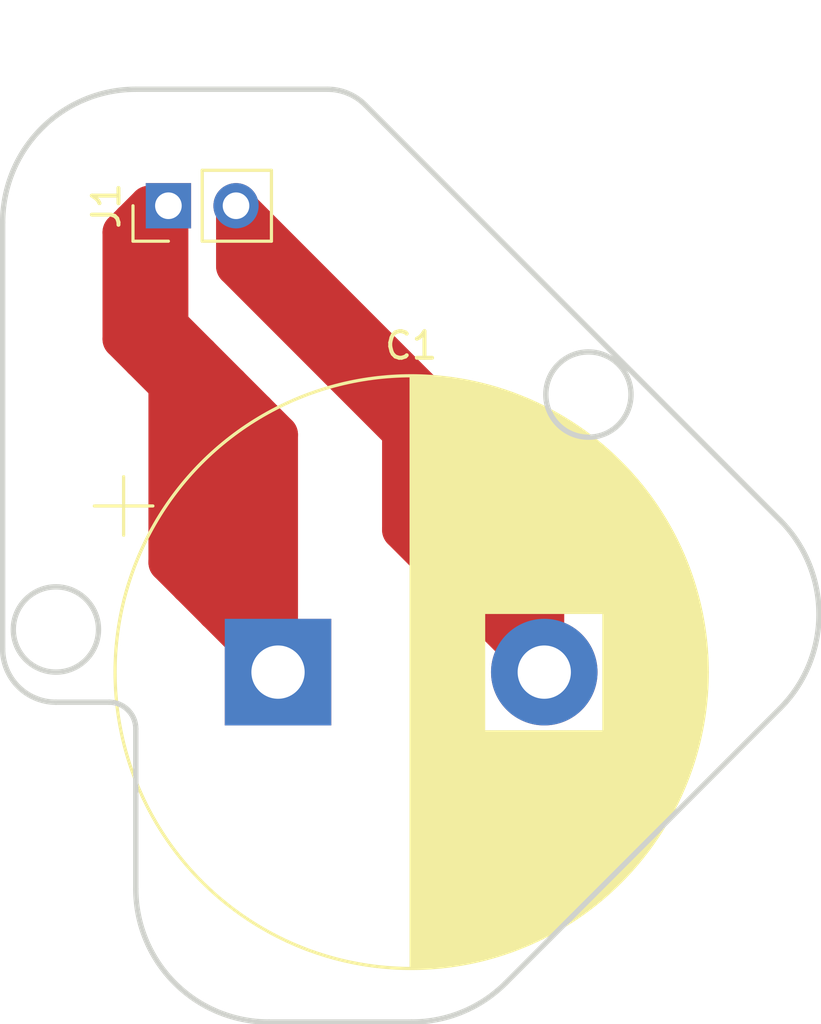
<source format=kicad_pcb>
(kicad_pcb (version 20211014) (generator pcbnew)
  (layers (0 "F.Cu" signal) (31 "B.Cu" signal) (34 "B.Paste" user) (35 "F.Paste" user) (36 "B.SilkS" user "B.Silkscreen") (37 "F.SilkS" user "F.Silkscreen") (38 "B.Mask" user) (39 "F.Mask" user) (44 "Edge.Cuts" user))
  (net 0 "")
  (net 1 "Net-(C1-Pad1)")
  (net 2 "Net-(C1-Pad2)")
  (footprint "Capacitor_THT:CP_Radial_D22.0mm_P10.00mm_SnapIn" (layer "F.Cu") (at 170.342169 100)
    (fp_text reference "C1" (at 5 -12.25) (layer "F.SilkS"))
    (fp_text value "C")
    (fp_line (start 12.321 -8.331) (end 12.321 8.331) (layer "F.SilkS") (width 0.12))
    (fp_line (start 9.241 -10.24) (end 9.241 -2.24) (layer "F.SilkS") (width 0.12))
    (fp_line (start 8.321 -10.573) (end 8.321 -2.24) (layer "F.SilkS") (width 0.12))
    (fp_line (start 12.001 -8.601) (end 12.001 -2.24) (layer "F.SilkS") (width 0.12))
    (fp_line (start 12.241 -8.401) (end 12.241 8.401) (layer "F.SilkS") (width 0.12))
    (fp_line (start 14.96 -4.905) (end 14.96 4.905) (layer "F.SilkS") (width 0.12))
    (fp_line (start 8.561 2.24) (end 8.561 10.495) (layer "F.SilkS") (width 0.12))
    (fp_line (start 9.041 2.24) (end 9.041 10.321) (layer "F.SilkS") (width 0.12))
    (fp_line (start 9.201 2.24) (end 9.201 10.257) (layer "F.SilkS") (width 0.12))
    (fp_line (start 11.481 -8.997) (end 11.481 -2.24) (layer "F.SilkS") (width 0.12))
    (fp_line (start 10.241 2.24) (end 10.241 9.768) (layer "F.SilkS") (width 0.12))
    (fp_line (start 9.401 2.24) (end 9.401 10.173) (layer "F.SilkS") (width 0.12))
    (fp_line (start 7.441 -10.809) (end 7.441 10.809) (layer "F.SilkS") (width 0.12))
    (fp_line (start 15.04 -4.741) (end 15.04 4.741) (layer "F.SilkS") (width 0.12))
    (fp_line (start 6.801 -10.934) (end 6.801 10.934) (layer "F.SilkS") (width 0.12))
    (fp_line (start 7.761 -10.733) (end 7.761 -2.24) (layer "F.SilkS") (width 0.12))
    (fp_line (start 9.881 -9.952) (end 9.881 -2.24) (layer "F.SilkS") (width 0.12))
    (fp_line (start 9.561 -10.103) (end 9.561 -2.24) (layer "F.SilkS") (width 0.12))
    (fp_line (start 11.921 -8.665) (end 11.921 -2.24) (layer "F.SilkS") (width 0.12))
    (fp_line (start 11.601 -8.91) (end 11.601 -2.24) (layer "F.SilkS") (width 0.12))
    (fp_line (start 14.4 -5.901) (end 14.4 5.901) (layer "F.SilkS") (width 0.12))
    (fp_line (start 15.4 -3.897) (end 15.4 3.897) (layer "F.SilkS") (width 0.12))
    (fp_line (start 11.921 2.24) (end 11.921 8.665) (layer "F.SilkS") (width 0.12))
    (fp_line (start 10.721 -9.497) (end 10.721 -2.24) (layer "F.SilkS") (width 0.12))
    (fp_line (start 12.561 -8.115) (end 12.561 8.115) (layer "F.SilkS") (width 0.12))
    (fp_line (start 5.52 -11.068) (end 5.52 11.068) (layer "F.SilkS") (width 0.12))
    (fp_line (start 8.761 -10.426) (end 8.761 -2.24) (layer "F.SilkS") (width 0.12))
    (fp_line (start 11.561 -8.939) (end 11.561 -2.24) (layer "F.SilkS") (width 0.12))
    (fp_line (start 9.961 2.24) (end 9.961 9.913) (layer "F.SilkS") (width 0.12))
    (fp_line (start 11.001 -9.323) (end 11.001 -2.24) (layer "F.SilkS") (width 0.12))
    (fp_line (start 13.4 -7.247) (end 13.4 7.247) (layer "F.SilkS") (width 0.12))
    (fp_line (start 15.64 -3.192) (end 15.64 3.192) (layer "F.SilkS") (width 0.12))
    (fp_line (start 7.841 -10.712) (end 7.841 -2.24) (layer "F.SilkS") (width 0.12))
    (fp_line (start 8.161 -10.622) (end 8.161 -2.24) (layer "F.SilkS") (width 0.12))
    (fp_line (start 10.481 2.24) (end 10.481 9.636) (layer "F.SilkS") (width 0.12))
    (fp_line (start 10.801 2.24) (end 10.801 9.448) (layer "F.SilkS") (width 0.12))
    (fp_line (start 9.641 -10.066) (end 9.641 -2.24) (layer "F.SilkS") (width 0.12))
    (fp_line (start 8.841 -10.396) (end 8.841 -2.24) (layer "F.SilkS") (width 0.12))
    (fp_line (start 5.48 -11.07) (end 5.48 11.07) (layer "F.SilkS") (width 0.12))
    (fp_line (start 13.92 -6.6) (end 13.92 6.6) (layer "F.SilkS") (width 0.12))
    (fp_line (start 5.761 -11.054) (end 5.761 11.054) (layer "F.SilkS") (width 0.12))
    (fp_line (start 11.801 2.24) (end 11.801 8.759) (layer "F.SilkS") (width 0.12))
    (fp_line (start 13.48 -7.154) (end 13.48 7.154) (layer "F.SilkS") (width 0.12))
    (fp_line (start 11.281 2.24) (end 11.281 9.137) (layer "F.SilkS") (width 0.12))
    (fp_line (start 9.041 -10.321) (end 9.041 -2.24) (layer "F.SilkS") (width 0.12))
    (fp_line (start 6.841 -10.927) (end 6.841 10.927) (layer "F.SilkS") (width 0.12))
    (fp_line (start 12.361 -8.296) (end 12.361 8.296) (layer "F.SilkS") (width 0.12))
    (fp_line (start 7.041 -10.892) (end 7.041 10.892) (layer "F.SilkS") (width 0.12))
    (fp_line (start 6.681 -10.953) (end 6.681 10.953) (layer "F.SilkS") (width 0.12))
    (fp_line (start 5.16 -11.079) (end 5.16 11.079) (layer "F.SilkS") (width 0.12))
    (fp_line (start 11.761 -8.79) (end 11.761 -2.24) (layer "F.SilkS") (width 0.12))
    (fp_line (start 6.121 -11.024) (end 6.121 11.024) (layer "F.SilkS") (width 0.12))
    (fp_line (start 13.28 -7.383) (end 13.28 7.383) (layer "F.SilkS") (width 0.12))
    (fp_line (start 12.041 -8.568) (end 12.041 -2.24) (layer "F.SilkS") (width 0.12))
    (fp_line (start 12.161 2.24) (end 12.161 8.469) (layer "F.SilkS") (width 0.12))
    (fp_line (start 6.761 -10.94) (end 6.761 10.94) (layer "F.SilkS") (width 0.12))
    (fp_line (start 10.961 2.24) (end 10.961 9.348) (layer "F.SilkS") (width 0.12))
    (fp_line (start 15.84 -2.44) (end 15.84 2.44) (layer "F.SilkS") (width 0.12))
    (fp_line (start 9.681 -10.048) (end 9.681 -2.24) (layer "F.SilkS") (width 0.12))
    (fp_line (start 9.281 2.24) (end 9.281 10.224) (layer "F.SilkS") (width 0.12))
    (fp_line (start 9.001 -10.336) (end 9.001 -2.24) (layer "F.SilkS") (width 0.12))
    (fp_line (start 9.521 2.24) (end 9.521 10.12) (layer "F.SilkS") (width 0.12))
    (fp_line (start 14.24 -6.147) (end 14.24 6.147) (layer "F.SilkS") (width 0.12))
    (fp_line (start 8.121 -10.634) (end 8.121 -2.24) (layer "F.SilkS") (width 0.12))
    (fp_line (start 14.36 -5.964) (end 14.36 5.964) (layer "F.SilkS") (width 0.12))
    (fp_line (start 9.601 2.24) (end 9.601 10.084) (layer "F.SilkS") (width 0.12))
    (fp_line (start 15.28 -4.2) (end 15.28 4.2) (layer "F.SilkS") (width 0.12))
    (fp_line (start 14.16 -6.265) (end 14.16 6.265) (layer "F.SilkS") (width 0.12))
    (fp_line (start 10.521 -9.614) (end 10.521 -2.24) (layer "F.SilkS") (width 0.12))
    (fp_line (start 10.881 2.24) (end 10.881 9.399) (layer "F.SilkS") (width 0.12))
    (fp_line (start 8.721 -10.44) (end 8.721 -2.24) (layer "F.SilkS") (width 0.12))
    (fp_line (start 11.041 2.24) (end 11.041 9.297) (layer "F.SilkS") (width 0.12))
    (fp_line (start 10.761 2.24) (end 10.761 9.472) (layer "F.SilkS") (width 0.12))
    (fp_line (start 11.481 2.24) (end 11.481 8.997) (layer "F.SilkS") (width 0.12))
    (fp_line (start 6.081 -11.028) (end 6.081 11.028) (layer "F.SilkS") (width 0.12))
    (fp_line (start 8.801 -10.411) (end 8.801 -2.24) (layer "F.SilkS") (width 0.12))
    (fp_line (start 9.201 -10.257) (end 9.201 -2.24) (layer "F.SilkS") (width 0.12))
    (fp_line (start 13.041 -7.642) (end 13.041 7.642) (layer "F.SilkS") (width 0.12))
    (fp_line (start 12.521 -8.152) (end 12.521 8.152) (layer "F.SilkS") (width 0.12))
    (fp_line (start 9.081 2.24) (end 9.081 10.305) (layer "F.SilkS") (width 0.12))
    (fp_line (start 10.361 2.24) (end 10.361 9.703) (layer "F.SilkS") (width 0.12))
    (fp_line (start 8.921 -10.367) (end 8.921 -2.24) (layer "F.SilkS") (width 0.12))
    (fp_line (start 11.001 2.24) (end 11.001 9.323) (layer "F.SilkS") (width 0.12))
    (fp_line (start 9.001 2.24) (end 9.001 10.336) (layer "F.SilkS") (width 0.12))
    (fp_line (start 14.68 -5.433) (end 14.68 5.433) (layer "F.SilkS") (width 0.12))
    (fp_line (start 8.401 -10.548) (end 8.401 -2.24) (layer "F.SilkS") (width 0.12))
    (fp_line (start 14.84 -5.14) (end 14.84 5.14) (layer "F.SilkS") (width 0.12))
    (fp_line (start 7.561 -10.782) (end 7.561 10.782) (layer "F.SilkS") (width 0.12))
    (fp_line (start 12.121 -8.502) (end 12.121 -2.24) (layer "F.SilkS") (width 0.12))
    (fp_line (start 6.281 -11.007) (end 6.281 11.007) (layer "F.SilkS") (width 0.12))
    (fp_line (start 10.321 -9.725) (end 10.321 -2.24) (layer "F.SilkS") (width 0.12))
    (fp_line (start 7.401 -10.818) (end 7.401 10.818) (layer "F.SilkS") (width 0.12))
    (fp_line (start 8.681 -10.454) (end 8.681 -2.24) (layer "F.SilkS") (width 0.12))
    (fp_line (start 7.001 -10.899) (end 7.001 10.899) (layer "F.SilkS") (width 0.12))
    (fp_line (start 11.161 2.24) (end 11.161 9.218) (layer "F.SilkS") (width 0.12))
    (fp_line (start 11.241 -9.165) (end 11.241 -2.24) (layer "F.SilkS") (width 0.12))
    (fp_line (start 8.761 2.24) (end 8.761 10.426) (layer "F.SilkS") (width 0.12))
    (fp_line (start 15.8 -2.609) (end 15.8 2.609) (layer "F.SilkS") (width 0.12))
    (fp_line (start 15.32 -4.102) (end 15.32 4.102) (layer "F.SilkS") (width 0.12))
    (fp_line (start 6.321 -11.002) (end 6.321 11.002) (layer "F.SilkS") (width 0.12))
    (fp_line (start 6.961 -10.906) (end 6.961 10.906) (layer "F.SilkS") (width 0.12))
    (fp_line (start 9.121 2.24) (end 9.121 10.289) (layer "F.SilkS") (width 0.12))
    (fp_line (start 7.241 -10.853) (end 7.241 10.853) (layer "F.SilkS") (width 0.12))
    (fp_line (start 12.201 -8.435) (end 12.201 -2.24) (layer "F.SilkS") (width 0.12))
    (fp_line (start 13.76 -6.81) (end 13.76 6.81) (layer "F.SilkS") (width 0.12))
    (fp_line (start 14.28 -6.087) (end 14.28 6.087) (layer "F.SilkS") (width 0.12))
    (fp_line (start 12.081 2.24) (end 12.081 8.535) (layer "F.SilkS") (width 0.12))
    (fp_line (start 11.841 2.24) (end 11.841 8.728) (layer "F.SilkS") (width 0.12))
    (fp_line (start 5.32 -11.076) (end 5.32 11.076) (layer "F.SilkS") (width 0.12))
    (fp_line (start 10.241 -9.768) (end 10.241 -2.24) (layer "F.SilkS") (width 0.12))
    (fp_line (start 13.52 -7.106) (end 13.52 7.106) (layer "F.SilkS") (width 0.12))
    (fp_line (start 6.481 -10.982) (end 6.481 10.982) (layer "F.SilkS") (width 0.12))
    (fp_line (start 10.121 -9.832) (end 10.121 -2.24) (layer "F.SilkS") (width 0.12))
    (fp_line (start 9.481 -10.138) (end 9.481 -2.24) (layer "F.SilkS") (width 0.12))
    (fp_line (start 8.601 -10.482) (end 8.601 -2.24) (layer "F.SilkS") (width 0.12))
    (fp_line (start 15.2 -4.389) (end 15.2 4.389) (layer "F.SilkS") (width 0.12))
    (fp_line (start 11.321 -9.11) (end 11.321 -2.24) (layer "F.SilkS") (width 0.12))
    (fp_line (start 9.801 2.24) (end 9.801 9.991) (layer "F.SilkS") (width 0.12))
    (fp_line (start 8.361 -10.561) (end 8.361 -2.24) (layer "F.SilkS") (width 0.12))
    (fp_line (start 7.281 -10.844) (end 7.281 10.844) (layer "F.SilkS") (width 0.12))
    (fp_line (start 5.721 -11.057) (end 5.721 11.057) (layer "F.SilkS") (width 0.12))
    (fp_line (start 10.921 2.24) (end 10.921 9.374) (layer "F.SilkS") (width 0.12))
    (fp_line (start 10.041 2.24) (end 10.041 9.873) (layer "F.SilkS") (width 0.12))
    (fp_line (start 5.24 -11.078) (end 5.24 11.078) (layer "F.SilkS") (width 0.12))
    (fp_line (start 8.161 2.24) (end 8.161 10.622) (layer "F.SilkS") (width 0.12))
    (fp_line (start 16 -1.59) (end 16 1.59) (layer "F.SilkS") (width 0.12))
    (fp_line (start 13.161 -7.515) (end 13.161 7.515) (layer "F.SilkS") (width 0.12))
    (fp_line (start 9.521 -10.12) (end 9.521 -2.24) (layer "F.SilkS") (width 0.12))
    (fp_line (start 8.081 2.24) (end 8.081 10.645) (layer "F.SilkS") (width 0.12))
    (fp_line (start 6.921 -10.913) (end 6.921 10.913) (layer "F.SilkS") (width 0.12))
    (fp_line (start 9.441 -10.156) (end 9.441 -2.24) (layer "F.SilkS") (width 0.12))
    (fp_line (start 8.201 2.24) (end 8.201 10.61) (layer "F.SilkS") (width 0.12))
    (fp_line (start 5.08 -11.08) (end 5.08 11.08) (layer "F.SilkS") (width 0.12))
    (fp_line (start 8.521 2.24) (end 8.521 10.509) (layer "F.SilkS") (width 0.12))
    (fp_line (start 5.44 -11.072) (end 5.44 11.072) (layer "F.SilkS") (width 0.12))
    (fp_line (start 14.04 -6.436) (end 14.04 6.436) (layer "F.SilkS") (width 0.12))
    (fp_line (start 10.401 2.24) (end 10.401 9.681) (layer "F.SilkS") (width 0.12))
    (fp_line (start 9.921 2.24) (end 9.921 9.933) (layer "F.SilkS") (width 0.12))
    (fp_line (start 14.8 -5.215) (end 14.8 5.215) (layer "F.SilkS") (width 0.12))
    (fp_line (start 10.601 -9.567) (end 10.601 -2.24) (layer "F.SilkS") (width 0.12))
    (fp_line (start 10.161 2.24) (end 10.161 9.811) (layer "F.SilkS") (width 0.12))
    (fp_line (start 15.76 -2.767) (end 15.76 2.767) (layer "F.SilkS") (width 0.12))
    (fp_line (start 8.641 -10.468) (end 8.641 -2.24) (layer "F.SilkS") (width 0.12))
    (fp_line (start 9.761 2.24) (end 9.761 10.01) (layer "F.SilkS") (width 0.12))
    (fp_line (start 5.841 -11.049) (end 5.841 11.049) (layer "F.SilkS") (width 0.12))
    (fp_line (start 15.12 -4.569) (end 15.12 4.569) (layer "F.SilkS") (width 0.12))
    (fp_line (start 7.321 -10.836) (end 7.321 10.836) (layer "F.SilkS") (width 0.12))
    (fp_line (start 8.121 2.24) (end 8.121 10.634) (layer "F.SilkS") (width 0.12))
    (fp_line (start 15.52 -3.564) (end 15.52 3.564) (layer "F.SilkS") (width 0.12))
    (fp_line (start 15.6 -3.321) (end 15.6 3.321) (layer "F.SilkS") (width 0.12))
    (fp_line (start 5.68 -11.06) (end 5.68 11.06) (layer "F.SilkS") (width 0.12))
    (fp_line (start 10.401 -9.681) (end 10.401 -2.24) (layer "F.SilkS") (width 0.12))
    (fp_line (start 16.12 -0.04) (end 16.12 0.04) (layer "F.SilkS") (width 0.12))
    (fp_line (start 14.92 -4.985) (end 14.92 4.985) (layer "F.SilkS") (width 0.12))
    (fp_line (start 10.681 2.24) (end 10.681 9.52) (layer "F.SilkS") (width 0.12))
    (fp_line (start 10.081 2.24) (end 10.081 9.852) (layer "F.SilkS") (width 0.12))
    (fp_line (start 11.641 -8.88) (end 11.641 -2.24) (layer "F.SilkS") (width 0.12))
    (fp_line (start 11.081 -9.271) (end 11.081 -2.24) (layer "F.SilkS") (width 0.12))
    (fp_line (start -6.899337 -6.235) (end -4.699337 -6.235) (layer "F.SilkS") (width 0.12))
    (fp_line (start 11.201 2.24) (end 11.201 9.192) (layer "F.SilkS") (width 0.12))
    (fp_line (start 15.24 -4.296) (end 15.24 4.296) (layer "F.SilkS") (width 0.12))
    (fp_line (start 12.121 2.24) (end 12.121 8.502) (layer "F.SilkS") (width 0.12))
    (fp_line (start 8.241 2.24) (end 8.241 10.598) (layer "F.SilkS") (width 0.12))
    (fp_line (start 13.44 -7.201) (end 13.44 7.201) (layer "F.SilkS") (width 0.12))
    (fp_line (start 14.76 -5.289) (end 14.76 5.289) (layer "F.SilkS") (width 0.12))
    (fp_line (start 6.521 -10.976) (end 6.521 10.976) (layer "F.SilkS") (width 0.12))
    (fp_line (start 10.201 2.24) (end 10.201 9.79) (layer "F.SilkS") (width 0.12))
    (fp_line (start 9.721 -10.029) (end 9.721 -2.24) (layer "F.SilkS") (width 0.12))
    (fp_line (start 9.161 -10.273) (end 9.161 -2.24) (layer "F.SilkS") (width 0.12))
    (fp_line (start 13.36 -7.293) (end 13.36 7.293) (layer "F.SilkS") (width 0.12))
    (fp_line (start 8.201 -10.61) (end 8.201 -2.24) (layer "F.SilkS") (width 0.12))
    (fp_line (start 6.241 -11.011) (end 6.241 11.011) (layer "F.SilkS") (width 0.12))
    (fp_line (start 15.96 -1.84) (end 15.96 1.84) (layer "F.SilkS") (width 0.12))
    (fp_line (start 6.001 -11.035) (end 6.001 11.035) (layer "F.SilkS") (width 0.12))
    (fp_line (start 10.281 -9.747) (end 10.281 -2.24) (layer "F.SilkS") (width 0.12))
    (fp_line (start 11.041 -9.297) (end 11.041 -2.24) (layer "F.SilkS") (width 0.12))
    (fp_line (start 10.881 -9.399) (end 10.881 -2.24) (layer "F.SilkS") (width 0.12))
    (fp_line (start 11.161 -9.218) (end 11.161 -2.24) (layer "F.SilkS") (width 0.12))
    (fp_line (start 8.441 -10.535) (end 8.441 -2.24) (layer "F.SilkS") (width 0.12))
    (fp_line (start 11.441 -9.026) (end 11.441 -2.24) (layer "F.SilkS") (width 0.12))
    (fp_line (start 13.96 -6.546) (end 13.96 6.546) (layer "F.SilkS") (width 0.12))
    (fp_line (start 6.041 -11.032) (end 6.041 11.032) (layer "F.SilkS") (width 0.12))
    (fp_line (start 14.88 -5.063) (end 14.88 5.063) (layer "F.SilkS") (width 0.12))
    (fp_line (start 12.841 -7.846) (end 12.841 7.846) (layer "F.SilkS") (width 0.12))
    (fp_line (start 9.601 -10.084) (end 9.601 -2.24) (layer "F.SilkS") (width 0.12))
    (fp_line (start 10.001 -9.893) (end 10.001 -2.24) (layer "F.SilkS") (width 0.12))
    (fp_line (start 8.881 2.24) (end 8.881 10.382) (layer "F.SilkS") (width 0.12))
    (fp_line (start 8.921 2.24) (end 8.921 10.367) (layer "F.SilkS") (width 0.12))
    (fp_line (start 9.321 2.24) (end 9.321 10.207) (layer "F.SilkS") (width 0.12))
    (fp_line (start 9.121 -10.289) (end 9.121 -2.24) (layer "F.SilkS") (width 0.12))
    (fp_line (start 8.481 2.24) (end 8.481 10.522) (layer "F.SilkS") (width 0.12))
    (fp_line (start 10.761 -9.472) (end 10.761 -2.24) (layer "F.SilkS") (width 0.12))
    (fp_line (start 11.641 2.24) (end 11.641 8.88) (layer "F.SilkS") (width 0.12))
    (fp_line (start 11.761 2.24) (end 11.761 8.79) (layer "F.SilkS") (width 0.12))
    (fp_line (start 8.481 -10.522) (end 8.481 -2.24) (layer "F.SilkS") (width 0.12))
    (fp_line (start 15.44 -3.789) (end 15.44 3.789) (layer "F.SilkS") (width 0.12))
    (fp_line (start 7.921 2.24) (end 7.921 10.69) (layer "F.SilkS") (width 0.12))
    (fp_line (start 11.881 -8.697) (end 11.881 -2.24) (layer "F.SilkS") (width 0.12))
    (fp_line (start 14.12 -6.323) (end 14.12 6.323) (layer "F.SilkS") (width 0.12))
    (fp_line (start 12.881 -7.807) (end 12.881 7.807) (layer "F.SilkS") (width 0.12))
    (fp_line (start 13.2 -7.471) (end 13.2 7.471) (layer "F.SilkS") (width 0.12))
    (fp_line (start 10.601 2.24) (end 10.601 9.567) (layer "F.SilkS") (width 0.12))
    (fp_line (start 6.881 -10.92) (end 6.881 10.92) (layer "F.SilkS") (width 0.12))
    (fp_line (start 15.56 -3.445) (end 15.56 3.445) (layer "F.SilkS") (width 0.12))
    (fp_line (start 10.321 2.24) (end 10.321 9.725) (layer "F.SilkS") (width 0.12))
    (fp_line (start 10.121 2.24) (end 10.121 9.832) (layer "F.SilkS") (width 0.12))
    (fp_line (start 6.641 -10.959) (end 6.641 10.959) (layer "F.SilkS") (width 0.12))
    (fp_line (start 9.401 -10.173) (end 9.401 -2.24) (layer "F.SilkS") (width 0.12))
    (fp_line (start 10.281 2.24) (end 10.281 9.747) (layer "F.SilkS") (width 0.12))
    (fp_line (start 9.721 2.24) (end 9.721 10.029) (layer "F.SilkS") (width 0.12))
    (fp_line (start 10.841 -9.424) (end 10.841 -2.24) (layer "F.SilkS") (width 0.12))
    (fp_line (start 12.041 2.24) (end 12.041 8.568) (layer "F.SilkS") (width 0.12))
    (fp_line (start 8.041 2.24) (end 8.041 10.657) (layer "F.SilkS") (width 0.12))
    (fp_line (start 12.161 -8.469) (end 12.161 -2.24) (layer "F.SilkS") (width 0.12))
    (fp_line (start 7.681 -10.753) (end 7.681 10.753) (layer "F.SilkS") (width 0.12))
    (fp_line (start 8.281 -10.586) (end 8.281 -2.24) (layer "F.SilkS") (width 0.12))
    (fp_line (start 10.681 -9.52) (end 10.681 -2.24) (layer "F.SilkS") (width 0.12))
    (fp_line (start 9.881 2.24) (end 9.881 9.952) (layer "F.SilkS") (width 0.12))
    (fp_line (start 5.12 -11.08) (end 5.12 11.08) (layer "F.SilkS") (width 0.12))
    (fp_line (start 15.48 -3.679) (end 15.48 3.679) (layer "F.SilkS") (width 0.12))
    (fp_line (start -5.799337 -7.335) (end -5.799337 -5.135) (layer "F.SilkS") (width 0.12))
    (fp_line (start 11.721 2.24) (end 11.721 8.82) (layer "F.SilkS") (width 0.12))
    (fp_line (start 8.081 -10.645) (end 8.081 -2.24) (layer "F.SilkS") (width 0.12))
    (fp_line (start 11.801 -8.759) (end 11.801 -2.24) (layer "F.SilkS") (width 0.12))
    (fp_line (start 10.001 2.24) (end 10.001 9.893) (layer "F.SilkS") (width 0.12))
    (fp_line (start 9.641 2.24) (end 9.641 10.066) (layer "F.SilkS") (width 0.12))
    (fp_line (start 7.961 2.24) (end 7.961 10.679) (layer "F.SilkS") (width 0.12))
    (fp_line (start 8.441 2.24) (end 8.441 10.535) (layer "F.SilkS") (width 0.12))
    (fp_line (start 11.961 2.24) (end 11.961 8.633) (layer "F.SilkS") (width 0.12))
    (fp_line (start 5.961 -11.039) (end 5.961 11.039) (layer "F.SilkS") (width 0.12))
    (fp_line (start 12.641 -8.04) (end 12.641 8.04) (layer "F.SilkS") (width 0.12))
    (fp_line (start 5.4 -11.073) (end 5.4 11.073) (layer "F.SilkS") (width 0.12))
    (fp_line (start 11.121 -9.245) (end 11.121 -2.24) (layer "F.SilkS") (width 0.12))
    (fp_line (start 5.801 -11.052) (end 5.801 11.052) (layer "F.SilkS") (width 0.12))
    (fp_line (start 10.201 -9.79) (end 10.201 -2.24) (layer "F.SilkS") (width 0.12))
    (fp_line (start 8.721 2.24) (end 8.721 10.44) (layer "F.SilkS") (width 0.12))
    (fp_line (start 15.68 -3.058) (end 15.68 3.058) (layer "F.SilkS") (width 0.12))
    (fp_line (start 13.001 -7.684) (end 13.001 7.684) (layer "F.SilkS") (width 0.12))
    (fp_line (start 11.401 -9.054) (end 11.401 -2.24) (layer "F.SilkS") (width 0.12))
    (fp_line (start 11.681 2.24) (end 11.681 8.85) (layer "F.SilkS") (width 0.12))
    (fp_line (start 14.72 -5.362) (end 14.72 5.362) (layer "F.SilkS") (width 0.12))
    (fp_line (start 7.081 -10.884) (end 7.081 10.884) (layer "F.SilkS") (width 0.12))
    (fp_line (start 7.761 2.24) (end 7.761 10.733) (layer "F.SilkS") (width 0.12))
    (fp_line (start 7.881 -10.701) (end 7.881 -2.24) (layer "F.SilkS") (width 0.12))
    (fp_line (start 7.921 -10.69) (end 7.921 -2.24) (layer "F.SilkS") (width 0.12))
    (fp_line (start 14.6 -5.572) (end 14.6 5.572) (layer "F.SilkS") (width 0.12))
    (fp_line (start 7.521 -10.791) (end 7.521 10.791) (layer "F.SilkS") (width 0.12))
    (fp_line (start 5.36 -11.075) (end 5.36 11.075) (layer "F.SilkS") (width 0.12))
    (fp_line (start 11.081 2.24) (end 11.081 9.271) (layer "F.SilkS") (width 0.12))
    (fp_line (start 6.561 -10.971) (end 6.561 10.971) (layer "F.SilkS") (width 0.12))
    (fp_line (start 10.561 2.24) (end 10.561 9.591) (layer "F.SilkS") (width 0.12))
    (fp_line (start 8.521 -10.509) (end 8.521 -2.24) (layer "F.SilkS") (width 0.12))
    (fp_line (start 10.641 2.24) (end 10.641 9.544) (layer "F.SilkS") (width 0.12))
    (fp_line (start 15.92 -2.06) (end 15.92 2.06) (layer "F.SilkS") (width 0.12))
    (fp_line (start 7.961 -10.679) (end 7.961 -2.24) (layer "F.SilkS") (width 0.12))
    (fp_line (start 10.841 2.24) (end 10.841 9.424) (layer "F.SilkS") (width 0.12))
    (fp_line (start 6.361 -10.997) (end 6.361 10.997) (layer "F.SilkS") (width 0.12))
    (fp_line (start 11.961 -8.633) (end 11.961 -2.24) (layer "F.SilkS") (width 0.12))
    (fp_line (start 10.481 -9.636) (end 10.481 -2.24) (layer "F.SilkS") (width 0.12))
    (fp_line (start 7.361 -10.827) (end 7.361 10.827) (layer "F.SilkS") (width 0.12))
    (fp_line (start 15.88 -2.258) (end 15.88 2.258) (layer "F.SilkS") (width 0.12))
    (fp_line (start 9.241 2.24) (end 9.241 10.24) (layer "F.SilkS") (width 0.12))
    (fp_line (start 10.561 -9.591) (end 10.561 -2.24) (layer "F.SilkS") (width 0.12))
    (fp_line (start 5 -11.081) (end 5 11.081) (layer "F.SilkS") (width 0.12))
    (fp_line (start 9.561 2.24) (end 9.561 10.103) (layer "F.SilkS") (width 0.12))
    (fp_line (start 6.201 -11.016) (end 6.201 11.016) (layer "F.SilkS") (width 0.12))
    (fp_line (start 9.801 -9.991) (end 9.801 -2.24) (layer "F.SilkS") (width 0.12))
    (fp_line (start 10.961 -9.348) (end 10.961 -2.24) (layer "F.SilkS") (width 0.12))
    (fp_line (start 5.04 -11.08) (end 5.04 11.08) (layer "F.SilkS") (width 0.12))
    (fp_line (start 10.441 2.24) (end 10.441 9.659) (layer "F.SilkS") (width 0.12))
    (fp_line (start 13.32 -7.338) (end 13.32 7.338) (layer "F.SilkS") (width 0.12))
    (fp_line (start 8.881 -10.382) (end 8.881 -2.24) (layer "F.SilkS") (width 0.12))
    (fp_line (start 8.001 2.24) (end 8.001 10.668) (layer "F.SilkS") (width 0.12))
    (fp_line (start 14.56 -5.64) (end 14.56 5.64) (layer "F.SilkS") (width 0.12))
    (fp_line (start 8.841 2.24) (end 8.841 10.396) (layer "F.SilkS") (width 0.12))
    (fp_line (start 12.681 -8.002) (end 12.681 8.002) (layer "F.SilkS") (width 0.12))
    (fp_line (start 14.48 -5.773) (end 14.48 5.773) (layer "F.SilkS") (width 0.12))
    (fp_line (start 7.481 -10.8) (end 7.481 10.8) (layer "F.SilkS") (width 0.12))
    (fp_line (start 14 -6.492) (end 14 6.492) (layer "F.SilkS") (width 0.12))
    (fp_line (start 9.681 2.24) (end 9.681 10.048) (layer "F.SilkS") (width 0.12))
    (fp_line (start 9.841 -9.972) (end 9.841 -2.24) (layer "F.SilkS") (width 0.12))
    (fp_line (start 12.481 -8.189) (end 12.481 8.189) (layer "F.SilkS") (width 0.12))
    (fp_line (start 14.52 -5.707) (end 14.52 5.707) (layer "F.SilkS") (width 0.12))
    (fp_line (start 11.121 2.24) (end 11.121 9.245) (layer "F.SilkS") (width 0.12))
    (fp_line (start 9.281 -10.224) (end 9.281 -2.24) (layer "F.SilkS") (width 0.12))
    (fp_line (start 10.721 2.24) (end 10.721 9.497) (layer "F.SilkS") (width 0.12))
    (fp_line (start 8.041 -10.657) (end 8.041 -2.24) (layer "F.SilkS") (width 0.12))
    (fp_line (start 8.801 2.24) (end 8.801 10.411) (layer "F.SilkS") (width 0.12))
    (fp_line (start 7.161 -10.869) (end 7.161 10.869) (layer "F.SilkS") (width 0.12))
    (fp_line (start 13.64 -6.961) (end 13.64 6.961) (layer "F.SilkS") (width 0.12))
    (fp_line (start 9.481 2.24) (end 9.481 10.138) (layer "F.SilkS") (width 0.12))
    (fp_line (start 8.401 2.24) (end 8.401 10.548) (layer "F.SilkS") (width 0.12))
    (fp_line (start 8.961 -10.351) (end 8.961 -2.24) (layer "F.SilkS") (width 0.12))
    (fp_line (start 10.921 -9.374) (end 10.921 -2.24) (layer "F.SilkS") (width 0.12))
    (fp_line (start 12.921 -7.766) (end 12.921 7.766) (layer "F.SilkS") (width 0.12))
    (fp_line (start 11.721 -8.82) (end 11.721 -2.24) (layer "F.SilkS") (width 0.12))
    (fp_line (start 14.64 -5.503) (end 14.64 5.503) (layer "F.SilkS") (width 0.12))
    (fp_line (start 11.681 -8.85) (end 11.681 -2.24) (layer "F.SilkS") (width 0.12))
    (fp_line (start 12.281 -8.366) (end 12.281 8.366) (layer "F.SilkS") (width 0.12))
    (fp_line (start 5.6 -11.064) (end 5.6 11.064) (layer "F.SilkS") (width 0.12))
    (fp_line (start 9.921 -9.933) (end 9.921 -2.24) (layer "F.SilkS") (width 0.12))
    (fp_line (start 5.64 -11.062) (end 5.64 11.062) (layer "F.SilkS") (width 0.12))
    (fp_line (start 15.16 -4.48) (end 15.16 4.48) (layer "F.SilkS") (width 0.12))
    (fp_line (start 11.361 2.24) (end 11.361 9.082) (layer "F.SilkS") (width 0.12))
    (fp_line (start 9.761 -10.01) (end 9.761 -2.24) (layer "F.SilkS") (width 0.12))
    (fp_line (start 12.401 -8.261) (end 12.401 8.261) (layer "F.SilkS") (width 0.12))
    (fp_line (start 5.28 -11.077) (end 5.28 11.077) (layer "F.SilkS") (width 0.12))
    (fp_line (start 15 -4.824) (end 15 4.824) (layer "F.SilkS") (width 0.12))
    (fp_line (start 13.8 -6.759) (end 13.8 6.759) (layer "F.SilkS") (width 0.12))
    (fp_line (start 11.201 -9.192) (end 11.201 -2.24) (layer "F.SilkS") (width 0.12))
    (fp_line (start 14.44 -5.838) (end 14.44 5.838) (layer "F.SilkS") (width 0.12))
    (fp_line (start 10.081 -9.852) (end 10.081 -2.24) (layer "F.SilkS") (width 0.12))
    (fp_line (start 10.041 -9.873) (end 10.041 -2.24) (layer "F.SilkS") (width 0.12))
    (fp_line (start 7.121 -10.877) (end 7.121 10.877) (layer "F.SilkS") (width 0.12))
    (fp_line (start 11.521 -8.968) (end 11.521 -2.24) (layer "F.SilkS") (width 0.12))
    (fp_line (start 14.2 -6.207) (end 14.2 6.207) (layer "F.SilkS") (width 0.12))
    (fp_line (start 11.841 -8.728) (end 11.841 -2.24) (layer "F.SilkS") (width 0.12))
    (fp_line (start 12.961 -7.725) (end 12.961 7.725) (layer "F.SilkS") (width 0.12))
    (fp_line (start 12.001 2.24) (end 12.001 8.601) (layer "F.SilkS") (width 0.12))
    (fp_line (start 8.241 -10.598) (end 8.241 -2.24) (layer "F.SilkS") (width 0.12))
    (fp_line (start 10.441 -9.659) (end 10.441 -2.24) (layer "F.SilkS") (width 0.12))
    (fp_line (start 15.08 -4.656) (end 15.08 4.656) (layer "F.SilkS") (width 0.12))
    (fp_line (start 7.801 -10.722) (end 7.801 -2.24) (layer "F.SilkS") (width 0.12))
    (fp_line (start 9.441 2.24) (end 9.441 10.156) (layer "F.SilkS") (width 0.12))
    (fp_line (start 10.161 -9.811) (end 10.161 -2.24) (layer "F.SilkS") (width 0.12))
    (fp_line (start 9.961 -9.913) (end 9.961 -2.24) (layer "F.SilkS") (width 0.12))
    (fp_line (start 5.56 -11.066) (end 5.56 11.066) (layer "F.SilkS") (width 0.12))
    (fp_line (start 8.001 -10.668) (end 8.001 -2.24) (layer "F.SilkS") (width 0.12))
    (fp_line (start 8.601 2.24) (end 8.601 10.482) (layer "F.SilkS") (width 0.12))
    (fp_line (start 10.521 2.24) (end 10.521 9.614) (layer "F.SilkS") (width 0.12))
    (fp_line (start 12.761 -7.925) (end 12.761 7.925) (layer "F.SilkS") (width 0.12))
    (fp_line (start 13.081 -7.6) (end 13.081 7.6) (layer "F.SilkS") (width 0.12))
    (fp_line (start 7.881 2.24) (end 7.881 10.701) (layer "F.SilkS") (width 0.12))
    (fp_line (start 11.441 2.24) (end 11.441 9.026) (layer "F.SilkS") (width 0.12))
    (fp_line (start 13.24 -7.428) (end 13.24 7.428) (layer "F.SilkS") (width 0.12))
    (fp_line (start 10.641 -9.544) (end 10.641 -2.24) (layer "F.SilkS") (width 0.12))
    (fp_line (start 5.921 -11.042) (end 5.921 11.042) (layer "F.SilkS") (width 0.12))
    (fp_line (start 12.201 2.24) (end 12.201 8.435) (layer "F.SilkS") (width 0.12))
    (fp_line (start 11.561 2.24) (end 11.561 8.939) (layer "F.SilkS") (width 0.12))
    (fp_line (start 9.361 -10.19) (end 9.361 -2.24) (layer "F.SilkS") (width 0.12))
    (fp_line (start 9.161 2.24) (end 9.161 10.273) (layer "F.SilkS") (width 0.12))
    (fp_line (start 9.361 2.24) (end 9.361 10.19) (layer "F.SilkS") (width 0.12))
    (fp_line (start 16.08 -0.903) (end 16.08 0.903) (layer "F.SilkS") (width 0.12))
    (fp_line (start 16.04 -1.292) (end 16.04 1.292) (layer "F.SilkS") (width 0.12))
    (fp_line (start 7.721 -10.743) (end 7.721 10.743) (layer "F.SilkS") (width 0.12))
    (fp_line (start 7.601 -10.772) (end 7.601 10.772) (layer "F.SilkS") (width 0.12))
    (fp_line (start 11.281 -9.137) (end 11.281 -2.24) (layer "F.SilkS") (width 0.12))
    (fp_line (start 13.84 -6.707) (end 13.84 6.707) (layer "F.SilkS") (width 0.12))
    (fp_line (start 8.321 2.24) (end 8.321 10.573) (layer "F.SilkS") (width 0.12))
    (fp_line (start 12.801 -7.886) (end 12.801 7.886) (layer "F.SilkS") (width 0.12))
    (fp_line (start 11.241 2.24) (end 11.241 9.165) (layer "F.SilkS") (width 0.12))
    (fp_line (start 13.68 -6.911) (end 13.68 6.911) (layer "F.SilkS") (width 0.12))
    (fp_line (start 14.08 -6.38) (end 14.08 6.38) (layer "F.SilkS") (width 0.12))
    (fp_line (start 7.841 2.24) (end 7.841 10.712) (layer "F.SilkS") (width 0.12))
    (fp_line (start 7.641 -10.763) (end 7.641 10.763) (layer "F.SilkS") (width 0.12))
    (fp_line (start 7.201 -10.861) (end 7.201 10.861) (layer "F.SilkS") (width 0.12))
    (fp_line (start 12.081 -8.535) (end 12.081 -2.24) (layer "F.SilkS") (width 0.12))
    (fp_line (start 9.841 2.24) (end 9.841 9.972) (layer "F.SilkS") (width 0.12))
    (fp_line (start 13.6 -7.01) (end 13.6 7.01) (layer "F.SilkS") (width 0.12))
    (fp_line (start 8.361 2.24) (end 8.361 10.561) (layer "F.SilkS") (width 0.12))
    (fp_line (start 5.2 -11.079) (end 5.2 11.079) (layer "F.SilkS") (width 0.12))
    (fp_line (start 11.321 2.24) (end 11.321 9.11) (layer "F.SilkS") (width 0.12))
    (fp_line (start 11.881 2.24) (end 11.881 8.697) (layer "F.SilkS") (width 0.12))
    (fp_line (start 12.441 -8.225) (end 12.441 8.225) (layer "F.SilkS") (width 0.12))
    (fp_line (start 6.601 -10.965) (end 6.601 10.965) (layer "F.SilkS") (width 0.12))
    (fp_line (start 11.361 -9.082) (end 11.361 -2.24) (layer "F.SilkS") (width 0.12))
    (fp_line (start 14.32 -6.026) (end 14.32 6.026) (layer "F.SilkS") (width 0.12))
    (fp_line (start 13.88 -6.654) (end 13.88 6.654) (layer "F.SilkS") (width 0.12))
    (fp_line (start 5.881 -11.046) (end 5.881 11.046) (layer "F.SilkS") (width 0.12))
    (fp_line (start 8.561 -10.495) (end 8.561 -2.24) (layer "F.SilkS") (width 0.12))
    (fp_line (start 6.441 -10.987) (end 6.441 10.987) (layer "F.SilkS") (width 0.12))
    (fp_line (start 10.801 -9.448) (end 10.801 -2.24) (layer "F.SilkS") (width 0.12))
    (fp_line (start 6.721 -10.947) (end 6.721 10.947) (layer "F.SilkS") (width 0.12))
    (fp_line (start 6.401 -10.992) (end 6.401 10.992) (layer "F.SilkS") (width 0.12))
    (fp_line (start 11.521 2.24) (end 11.521 8.968) (layer "F.SilkS") (width 0.12))
    (fp_line (start 12.721 -7.964) (end 12.721 7.964) (layer "F.SilkS") (width 0.12))
    (fp_line (start 13.121 -7.558) (end 13.121 7.558) (layer "F.SilkS") (width 0.12))
    (fp_line (start 11.401 2.24) (end 11.401 9.054) (layer "F.SilkS") (width 0.12))
    (fp_line (start 6.161 -11.02) (end 6.161 11.02) (layer "F.SilkS") (width 0.12))
    (fp_line (start 9.081 -10.305) (end 9.081 -2.24) (layer "F.SilkS") (width 0.12))
    (fp_line (start 15.72 -2.916) (end 15.72 2.916) (layer "F.SilkS") (width 0.12))
    (fp_line (start 13.56 -7.058) (end 13.56 7.058) (layer "F.SilkS") (width 0.12))
    (fp_line (start 15.36 -4.001) (end 15.36 4.001) (layer "F.SilkS") (width 0.12))
    (fp_line (start 8.961 2.24) (end 8.961 10.351) (layer "F.SilkS") (width 0.12))
    (fp_line (start 8.281 2.24) (end 8.281 10.586) (layer "F.SilkS") (width 0.12))
    (fp_line (start 12.601 -8.078) (end 12.601 8.078) (layer "F.SilkS") (width 0.12))
    (fp_line (start 11.601 2.24) (end 11.601 8.91) (layer "F.SilkS") (width 0.12))
    (fp_line (start 7.801 2.24) (end 7.801 10.722) (layer "F.SilkS") (width 0.12))
    (fp_line (start 10.361 -9.703) (end 10.361 -2.24) (layer "F.SilkS") (width 0.12))
    (fp_line (start 9.321 -10.207) (end 9.321 -2.24) (layer "F.SilkS") (width 0.12))
    (fp_line (start 13.72 -6.861) (end 13.72 6.861) (layer "F.SilkS") (width 0.12))
    (fp_line (start 8.681 2.24) (end 8.681 10.454) (layer "F.SilkS") (width 0.12))
    (fp_line (start 8.641 2.24) (end 8.641 10.468) (layer "F.SilkS") (width 0.12))
    (fp_circle (center 5 0) (end 16.12 0) (layer "F.SilkS") (width 0.12) (fill none))
    (pad "1" thru_hole rect (at 0 0) (size 4 4) (drill 2) (layers *.Cu *.Mask) (net 1 "Net-(C1-Pad1)"))
    (pad "2" thru_hole circle (at 10 0) (size 4 4) (drill 2) (layers *.Cu *.Mask) (net 2 "Net-(C1-Pad2)"))
  )
  (footprint "Connector_PinHeader_2.54mm:PinHeader_1x02_P2.54mm_Vertical" (layer "F.Cu") (at 166.225 82.5 90)
    (fp_text reference "J1" (at 0 -2.33 90) (layer "F.SilkS"))
    (fp_text value "Conn_01x02_Female")
    (fp_line (start -1.33 -1.33) (end 0 -1.33) (layer "F.SilkS") (width 0.12))
    (fp_line (start -1.33 1.27) (end -1.33 3.87) (layer "F.SilkS") (width 0.12))
    (fp_line (start -1.33 3.87) (end 1.33 3.87) (layer "F.SilkS") (width 0.12))
    (fp_line (start 1.33 1.27) (end 1.33 3.87) (layer "F.SilkS") (width 0.12))
    (fp_line (start -1.33 0) (end -1.33 -1.33) (layer "F.SilkS") (width 0.12))
    (fp_line (start -1.33 1.27) (end 1.33 1.27) (layer "F.SilkS") (width 0.12))
    (pad "1" thru_hole rect (at 0 0 90) (size 1.7 1.7) (drill 1) (layers *.Cu *.Mask) (net 1 "Net-(C1-Pad1)"))
    (pad "2" thru_hole oval (at 0 2.54 90) (size 1.7 1.7) (drill 1) (layers *.Cu *.Mask) (net 2 "Net-(C1-Pad2)"))
  )
  (gr_circle (center 182.000001 89.584908) (end 180.400001 89.584908) (layer "Edge.Cuts") (width 0.2) (fill none))
  (gr_line (start 162 101.129174) (end 164 101.129174) (layer "Edge.Cuts") (width 0.2))
  (gr_line (start 160 83.129173) (end 160 99.129174) (layer "Edge.Cuts") (width 0.2))
  (gr_arc (start 178.894444 111.664707) (mid 177.272327 112.748571) (end 175.35891 113.129173) (layer "Edge.Cuts") (width 0.2))
  (gr_arc (start 172.20101 78.129173) (mid 172.966377 78.281414) (end 173.615224 78.714959) (layer "Edge.Cuts") (width 0.2))
  (gr_line (start 178.894444 111.664707) (end 189.194174 101.364977) (layer "Edge.Cuts") (width 0.2))
  (gr_line (start 165 102.129174) (end 165 108.129173) (layer "Edge.Cuts") (width 0.2))
  (gr_arc (start 170 113.129173) (mid 166.464466 111.664707) (end 165 108.129173) (layer "Edge.Cuts") (width 0.2))
  (gr_line (start 172.20101 78.129173) (end 165 78.129173) (layer "Edge.Cuts") (width 0.2))
  (gr_line (start 170 113.129173) (end 175.35891 113.129173) (layer "Edge.Cuts") (width 0.2))
  (gr_line (start 189.194174 94.29391) (end 173.615224 78.714959) (layer "Edge.Cuts") (width 0.2))
  (gr_circle (center 162 98.4) (end 160.4 98.4) (layer "Edge.Cuts") (width 0.2) (fill none))
  (gr_arc (start 162 101.129174) (mid 160.585786 100.543388) (end 160 99.129174) (layer "Edge.Cuts") (width 0.2))
  (gr_arc (start 164 101.129174) (mid 164.707107 101.422067) (end 165 102.129174) (layer "Edge.Cuts") (width 0.2))
  (gr_arc (start 189.194174 94.29391) (mid 190.65864 97.829444) (end 189.194174 101.364977) (layer "Edge.Cuts") (width 0.2))
  (gr_arc (start 160 83.129173) (mid 161.464466 79.593639) (end 165 78.129173) (layer "Edge.Cuts") (width 0.2))
  (segment (start 166.225 82.5) (end 165.5 82.5) (width 1.5) (layer "F.Cu") (net 1))
  (segment (start 165.25 88.25) (end 166.225 89.225) (width 1.5) (layer "F.Cu") (net 1))
  (segment (start 169.5 96.25) (end 168.046084 97.703916) (width 1.5) (layer "F.Cu") (net 1))
  (segment (start 168.5 89.25) (end 167.375 88.125) (width 1.5) (layer "F.Cu") (net 1))
  (segment (start 164.5 87.5) (end 165.25 88.25) (width 1.5) (layer "F.Cu") (net 1))
  (segment (start 166.225 95.882831) (end 167.046084 96.703916) (width 1.5) (layer "F.Cu") (net 1))
  (segment (start 165.25 88.25) (end 165.25 83.5) (width 1.5) (layer "F.Cu") (net 1))
  (segment (start 165.5 82.5) (end 164.875 83.125) (width 1.5) (layer "F.Cu") (net 1))
  (segment (start 169.5 99.157831) (end 170.342169 100) (width 1.5) (layer "F.Cu") (net 1))
  (segment (start 169.5 90.25) (end 169.5 96.25) (width 1.5) (layer "F.Cu") (net 1))
  (segment (start 170.342169 100) (end 170.342169 91.092169) (width 1.5) (layer "F.Cu") (net 1))
  (segment (start 164.5 83.5) (end 164.5 87.5) (width 1.5) (layer "F.Cu") (net 1))
  (segment (start 167.375 88.125) (end 167.375 96.375) (width 1.5) (layer "F.Cu") (net 1))
  (segment (start 168.5 89.25) (end 168.5 97.25) (width 1.5) (layer "F.Cu") (net 1))
  (segment (start 168.5 97.25) (end 168.046084 97.703916) (width 1.5) (layer "F.Cu") (net 1))
  (segment (start 166.225 89.225) (end 166.225 95.882831) (width 1.5) (layer "F.Cu") (net 1))
  (segment (start 169.5 96.25) (end 169.5 99.157831) (width 1.5) (layer "F.Cu") (net 1))
  (segment (start 169.5 90.25) (end 168.5 89.25) (width 1.5) (layer "F.Cu") (net 1))
  (segment (start 168.046084 97.703916) (end 170.342169 100) (width 1.5) (layer "F.Cu") (net 1))
  (segment (start 165.25 83.5) (end 164.875 83.125) (width 1.5) (layer "F.Cu") (net 1))
  (segment (start 167.046084 96.703916) (end 168.046084 97.703916) (width 1.5) (layer "F.Cu") (net 1))
  (segment (start 166.225 86.975) (end 166.225 89.225) (width 1.5) (layer "F.Cu") (net 1))
  (segment (start 164.875 83.125) (end 164.5 83.5) (width 1.5) (layer "F.Cu") (net 1))
  (segment (start 166.225 82.5) (end 166.225 86.975) (width 1.5) (layer "F.Cu") (net 1))
  (segment (start 167.375 96.375) (end 167.046084 96.703916) (width 1.5) (layer "F.Cu") (net 1))
  (segment (start 170.342169 91.092169) (end 169.5 90.25) (width 1.5) (layer "F.Cu") (net 1))
  (segment (start 167.375 88.125) (end 166.225 86.975) (width 1.5) (layer "F.Cu") (net 1))
  (segment (start 180.342169 96.907831) (end 180.157831 96.907831) (width 1.5) (layer "F.Cu") (net 2))
  (segment (start 180.157831 96.907831) (end 176.25 93) (width 1.5) (layer "F.Cu") (net 2))
  (segment (start 176.25 94.5) (end 176.25 95.907832) (width 1.5) (layer "F.Cu") (net 2))
  (segment (start 176.421084 96.078916) (end 175 94.657831) (width 1.5) (layer "F.Cu") (net 2))
  (segment (start 168.765 84.765) (end 168.765 83.515) (width 1.5) (layer "F.Cu") (net 2))
  (segment (start 175 91) (end 168.765 84.765) (width 1.5) (layer "F.Cu") (net 2))
  (segment (start 180.342169 95.592169) (end 180.342169 94.077169) (width 1.5) (layer "F.Cu") (net 2))
  (segment (start 180.342169 94.077169) (end 168.765 82.5) (width 1.5) (layer "F.Cu") (net 2))
  (segment (start 175 94.657831) (end 175 91) (width 1.5) (layer "F.Cu") (net 2))
  (segment (start 180.342169 100) (end 180.342169 98.342169) (width 1.5) (layer "F.Cu") (net 2))
  (segment (start 180.342169 98.342169) (end 180.342169 96.907831) (width 1.5) (layer "F.Cu") (net 2))
  (segment (start 168.765 83.515) (end 176.25 91) (width 1.5) (layer "F.Cu") (net 2))
  (segment (start 176.25 93) (end 176.25 94.5) (width 1.5) (layer "F.Cu") (net 2))
  (segment (start 180.092169 98.342169) (end 180.342169 98.342169) (width 1.5) (layer "F.Cu") (net 2))
  (segment (start 176.25 94.5) (end 180.092169 98.342169) (width 1.5) (layer "F.Cu") (net 2))
  (segment (start 176.25 91) (end 180.342169 95.092169) (width 1.5) (layer "F.Cu") (net 2))
  (segment (start 176.25 91) (end 176.25 93) (width 1.5) (layer "F.Cu") (net 2))
  (segment (start 180.342169 95.092169) (end 180.342169 95.592169) (width 1.5) (layer "F.Cu") (net 2))
  (segment (start 176.25 95.907832) (end 176.421084 96.078916) (width 1.5) (layer "F.Cu") (net 2))
  (segment (start 180.342169 96.907831) (end 180.342169 95.592169) (width 1.5) (layer "F.Cu") (net 2))
  (segment (start 180.342169 100) (end 176.421084 96.078916) (width 1.5) (layer "F.Cu") (net 2))
  (segment (start 168.765 83.515) (end 168.765 82.5) (width 1.5) (layer "F.Cu") (net 2))
)
</source>
